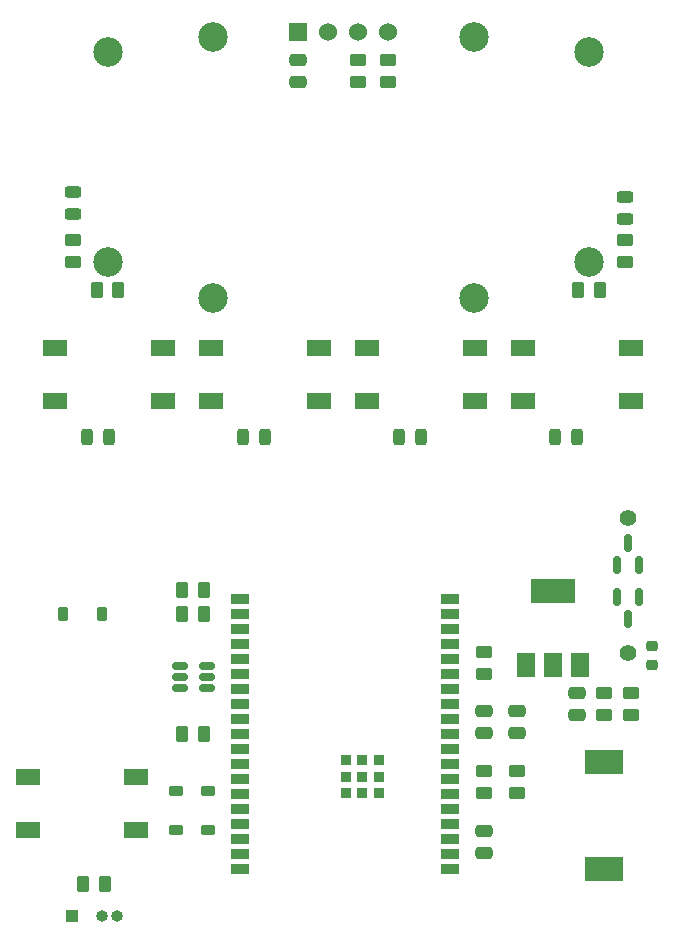
<source format=gbr>
%TF.GenerationSoftware,KiCad,Pcbnew,(7.0.0-0)*%
%TF.CreationDate,2023-11-13T22:50:32+01:00*%
%TF.ProjectId,ultimate-invitation-card,756c7469-6d61-4746-952d-696e76697461,rev?*%
%TF.SameCoordinates,Original*%
%TF.FileFunction,Soldermask,Top*%
%TF.FilePolarity,Negative*%
%FSLAX46Y46*%
G04 Gerber Fmt 4.6, Leading zero omitted, Abs format (unit mm)*
G04 Created by KiCad (PCBNEW (7.0.0-0)) date 2023-11-13 22:50:32*
%MOMM*%
%LPD*%
G01*
G04 APERTURE LIST*
G04 Aperture macros list*
%AMRoundRect*
0 Rectangle with rounded corners*
0 $1 Rounding radius*
0 $2 $3 $4 $5 $6 $7 $8 $9 X,Y pos of 4 corners*
0 Add a 4 corners polygon primitive as box body*
4,1,4,$2,$3,$4,$5,$6,$7,$8,$9,$2,$3,0*
0 Add four circle primitives for the rounded corners*
1,1,$1+$1,$2,$3*
1,1,$1+$1,$4,$5*
1,1,$1+$1,$6,$7*
1,1,$1+$1,$8,$9*
0 Add four rect primitives between the rounded corners*
20,1,$1+$1,$2,$3,$4,$5,0*
20,1,$1+$1,$4,$5,$6,$7,0*
20,1,$1+$1,$6,$7,$8,$9,0*
20,1,$1+$1,$8,$9,$2,$3,0*%
G04 Aperture macros list end*
%ADD10RoundRect,0.250000X0.262500X0.450000X-0.262500X0.450000X-0.262500X-0.450000X0.262500X-0.450000X0*%
%ADD11RoundRect,0.243750X-0.243750X-0.456250X0.243750X-0.456250X0.243750X0.456250X-0.243750X0.456250X0*%
%ADD12RoundRect,0.250000X-0.262500X-0.450000X0.262500X-0.450000X0.262500X0.450000X-0.262500X0.450000X0*%
%ADD13RoundRect,0.250000X0.450000X-0.262500X0.450000X0.262500X-0.450000X0.262500X-0.450000X-0.262500X0*%
%ADD14RoundRect,0.243750X0.456250X-0.243750X0.456250X0.243750X-0.456250X0.243750X-0.456250X-0.243750X0*%
%ADD15C,2.500000*%
%ADD16R,1.524000X1.524000*%
%ADD17C,1.524000*%
%ADD18RoundRect,0.243750X-0.456250X0.243750X-0.456250X-0.243750X0.456250X-0.243750X0.456250X0.243750X0*%
%ADD19RoundRect,0.250000X0.475000X-0.250000X0.475000X0.250000X-0.475000X0.250000X-0.475000X-0.250000X0*%
%ADD20RoundRect,0.218750X0.256250X-0.218750X0.256250X0.218750X-0.256250X0.218750X-0.256250X-0.218750X0*%
%ADD21R,0.900000X0.900000*%
%ADD22R,0.900000X0.880000*%
%ADD23R,1.500000X0.900000*%
%ADD24RoundRect,0.225000X0.225000X0.375000X-0.225000X0.375000X-0.225000X-0.375000X0.225000X-0.375000X0*%
%ADD25RoundRect,0.225000X-0.375000X0.225000X-0.375000X-0.225000X0.375000X-0.225000X0.375000X0.225000X0*%
%ADD26R,3.200000X2.000000*%
%ADD27RoundRect,0.250000X-0.450000X0.262500X-0.450000X-0.262500X0.450000X-0.262500X0.450000X0.262500X0*%
%ADD28R,2.100000X1.400000*%
%ADD29RoundRect,0.250000X-0.475000X0.250000X-0.475000X-0.250000X0.475000X-0.250000X0.475000X0.250000X0*%
%ADD30R,1.500000X2.000000*%
%ADD31R,3.800000X2.000000*%
%ADD32RoundRect,0.150000X-0.150000X0.587500X-0.150000X-0.587500X0.150000X-0.587500X0.150000X0.587500X0*%
%ADD33RoundRect,0.150000X-0.512500X-0.150000X0.512500X-0.150000X0.512500X0.150000X-0.512500X0.150000X0*%
%ADD34RoundRect,0.225000X0.375000X-0.225000X0.375000X0.225000X-0.375000X0.225000X-0.375000X-0.225000X0*%
%ADD35RoundRect,0.150000X0.150000X-0.587500X0.150000X0.587500X-0.150000X0.587500X-0.150000X-0.587500X0*%
%ADD36R,1.000000X1.000000*%
%ADD37O,1.000000X1.000000*%
%ADD38C,1.400000*%
G04 APERTURE END LIST*
D10*
%TO.C,R15*%
X153312500Y-74930000D03*
X151487500Y-74930000D03*
%TD*%
D11*
%TO.C,D7*%
X136298700Y-87376000D03*
X138173700Y-87376000D03*
%TD*%
D12*
%TO.C,R14*%
X110720500Y-74930000D03*
X112545500Y-74930000D03*
%TD*%
D13*
%TO.C,R16*%
X146304000Y-117498500D03*
X146304000Y-115673500D03*
%TD*%
D11*
%TO.C,D6*%
X123090700Y-87376000D03*
X124965700Y-87376000D03*
%TD*%
D14*
%TO.C,D3*%
X108712000Y-68501500D03*
X108712000Y-66626500D03*
%TD*%
D15*
%TO.C,U4*%
X120523000Y-53467000D03*
X120523000Y-75565000D03*
X142621000Y-53467000D03*
X142621000Y-75565000D03*
D16*
X127761999Y-53085999D03*
D17*
X130302000Y-53086000D03*
X132842000Y-53086000D03*
X135382000Y-53086000D03*
%TD*%
D18*
%TO.C,D4*%
X155448000Y-67031000D03*
X155448000Y-68906000D03*
%TD*%
D13*
%TO.C,R5*%
X143510000Y-117498500D03*
X143510000Y-115673500D03*
%TD*%
%TO.C,R1*%
X155956000Y-110894500D03*
X155956000Y-109069500D03*
%TD*%
D19*
%TO.C,C2*%
X146304000Y-112456000D03*
X146304000Y-110556000D03*
%TD*%
D20*
%TO.C,F1*%
X157734000Y-106680100D03*
X157734000Y-105105100D03*
%TD*%
D21*
%TO.C,U3*%
X131778999Y-117530999D03*
X133178999Y-117530999D03*
X134578999Y-117530999D03*
X131778999Y-116130999D03*
X133178999Y-116130999D03*
X134578999Y-116130999D03*
D22*
X133168999Y-114750999D03*
D21*
X131768999Y-114730999D03*
X134568999Y-114730999D03*
D23*
X140588999Y-123920999D03*
X140588999Y-122650999D03*
X140588999Y-121380999D03*
X140588999Y-120110999D03*
X140588999Y-118840999D03*
X140588999Y-117570999D03*
X140588999Y-116300999D03*
X140588999Y-115030999D03*
X140588999Y-113760999D03*
X140588999Y-112490999D03*
X140588999Y-111220999D03*
X140588999Y-109950999D03*
X140588999Y-108680999D03*
X140588999Y-107410999D03*
X140588999Y-106140999D03*
X140588999Y-104870999D03*
X140588999Y-103600999D03*
X140588999Y-102330999D03*
X140588999Y-101060999D03*
X122808999Y-101060999D03*
X122808999Y-102330999D03*
X122808999Y-103600999D03*
X122808999Y-104870999D03*
X122808999Y-106140999D03*
X122808999Y-107410999D03*
X122808999Y-108680999D03*
X122808999Y-109950999D03*
X122808999Y-111220999D03*
X122808999Y-112490999D03*
X122808999Y-113760999D03*
X122808999Y-115030999D03*
X122808999Y-116300999D03*
X122808999Y-117570999D03*
X122808999Y-118840999D03*
X122808999Y-120110999D03*
X122808999Y-121380999D03*
X122808999Y-122650999D03*
X122808999Y-123920999D03*
%TD*%
D24*
%TO.C,D1*%
X111124000Y-102362000D03*
X107824000Y-102362000D03*
%TD*%
D11*
%TO.C,D5*%
X109908100Y-87376000D03*
X111783100Y-87376000D03*
%TD*%
D25*
%TO.C,D2*%
X117398800Y-117323600D03*
X117398800Y-120623600D03*
%TD*%
D26*
%TO.C,BZ1*%
X153695399Y-114922299D03*
X153695399Y-123939299D03*
%TD*%
D15*
%TO.C,JP1*%
X111633000Y-54737000D03*
X111633000Y-72517000D03*
%TD*%
D13*
%TO.C,R19*%
X135382000Y-57300500D03*
X135382000Y-55475500D03*
%TD*%
D10*
%TO.C,R7*%
X111402500Y-125222000D03*
X109577500Y-125222000D03*
%TD*%
D13*
%TO.C,R20*%
X132842000Y-57300500D03*
X132842000Y-55475500D03*
%TD*%
D12*
%TO.C,R21*%
X117959500Y-102362000D03*
X119784500Y-102362000D03*
%TD*%
D15*
%TO.C,JP2*%
X152400000Y-54737000D03*
X152400000Y-72517000D03*
%TD*%
D19*
%TO.C,C6*%
X127762000Y-57338000D03*
X127762000Y-55438000D03*
%TD*%
D27*
%TO.C,R8*%
X108712000Y-70715500D03*
X108712000Y-72540500D03*
%TD*%
D13*
%TO.C,R2*%
X153670000Y-110894500D03*
X153670000Y-109069500D03*
%TD*%
D28*
%TO.C,SW5*%
X133625999Y-79791999D03*
X142725999Y-79791999D03*
X133625999Y-84291999D03*
X142725999Y-84291999D03*
%TD*%
%TO.C,SW6*%
X146833999Y-79791999D03*
X155933999Y-79791999D03*
X146833999Y-84291999D03*
X155933999Y-84291999D03*
%TD*%
D27*
%TO.C,R9*%
X155448000Y-70715500D03*
X155448000Y-72540500D03*
%TD*%
D29*
%TO.C,C5*%
X143510000Y-120716000D03*
X143510000Y-122616000D03*
%TD*%
D30*
%TO.C,U2*%
X147051999Y-106679999D03*
X149351999Y-106679999D03*
D31*
X149351999Y-100379999D03*
D30*
X151651999Y-106679999D03*
%TD*%
D28*
%TO.C,SW2*%
X114023999Y-120613999D03*
X104923999Y-120613999D03*
X114023999Y-116113999D03*
X104923999Y-116113999D03*
%TD*%
D32*
%TO.C,Q2*%
X156652000Y-100891100D03*
X154752000Y-100891100D03*
X155702000Y-102766100D03*
%TD*%
D11*
%TO.C,D8*%
X149506700Y-87376000D03*
X151381700Y-87376000D03*
%TD*%
D12*
%TO.C,R3*%
X117959500Y-100330000D03*
X119784500Y-100330000D03*
%TD*%
D33*
%TO.C,U1*%
X117734500Y-106746000D03*
X117734500Y-107696000D03*
X117734500Y-108646000D03*
X120009500Y-108646000D03*
X120009500Y-107696000D03*
X120009500Y-106746000D03*
%TD*%
D12*
%TO.C,R4*%
X117959500Y-112522000D03*
X119784500Y-112522000D03*
%TD*%
D28*
%TO.C,SW3*%
X107209999Y-79791999D03*
X116309999Y-79791999D03*
X107209999Y-84291999D03*
X116309999Y-84291999D03*
%TD*%
D29*
%TO.C,C1*%
X151384000Y-109032000D03*
X151384000Y-110932000D03*
%TD*%
D28*
%TO.C,SW4*%
X120417999Y-79791999D03*
X129517999Y-79791999D03*
X120417999Y-84291999D03*
X129517999Y-84291999D03*
%TD*%
D34*
%TO.C,D9*%
X120142000Y-120623600D03*
X120142000Y-117323600D03*
%TD*%
D29*
%TO.C,C3*%
X143510000Y-110556000D03*
X143510000Y-112456000D03*
%TD*%
D35*
%TO.C,Q1*%
X154752000Y-98219500D03*
X156652000Y-98219500D03*
X155702000Y-96344500D03*
%TD*%
D13*
%TO.C,R17*%
X143510000Y-107414700D03*
X143510000Y-105589700D03*
%TD*%
D36*
%TO.C,J1*%
X108589999Y-127888999D03*
D37*
X111129999Y-127888999D03*
X112399999Y-127888999D03*
%TD*%
D38*
%TO.C,BT1*%
X155702000Y-94195900D03*
X155702000Y-105625900D03*
%TD*%
M02*

</source>
